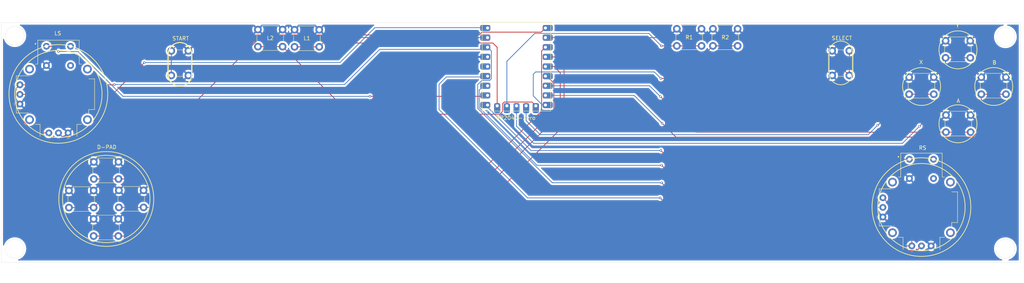
<source format=kicad_pcb>
(kicad_pcb (version 20241229) (generator "pcbnew") (generator_version "9.0")
  (layers (0 "F.Cu" signal) (2 "B.Cu" signal) (13 "F.Paste" user) (15 "B.Paste" user) (5 "F.SilkS" user "F.Silkscreen") (7 "B.SilkS" user "B.Silkscreen") (1 "F.Mask" user) (3 "B.Mask" user) (25 "Edge.Cuts" user))
  (net 0 "")
  (net 1 "/GP06")
  (net 2 "GND")
  (net 3 "/GP07")
  (net 4 "/GP03")
  (net 5 "/GP13")
  (net 6 "/GP09")
  (net 7 "/GP05")
  (net 8 "/GP12")
  (net 9 "/GP08")
  (net 10 "/GP04")
  (net 12 "/GP11")
  (net 13 "/GP29")
  (net 16 "VCC")
  (net 17 "/GP28")
  (net 18 "/GP15")
  (net 19 "/GP01")
  (net 20 "/GP02")
  (net 21 "/GP10")
  (net 23 "/GP00")
  (net 26 "/GP26")
  (net 27 "/GP27")
  (net 31 "/GP14")
  (footprint "Button_Switch_THT:SW_PUSH_6mm" (layer "F.Cu") (at 63.4 54 -90)
    (property "Reference" "START" (at -3.25 2.05 180) (layer "F.SilkS"))
    (property "Value" "SW_Push")
    (fp_line (start 1 5.5) (end 5.5 5.5) (stroke (width 0.12)) (layer "F.SilkS"))
    (fp_line (start 6.75 3) (end 6.75 1.5) (stroke (width 0.12)) (layer "F.SilkS"))
    (fp_line (start -0.25 1.5) (end -0.25 3) (stroke (width 0.12)) (layer "F.SilkS"))
    (fp_line (start 5.5 -1) (end 1 -1) (stroke (width 0.12)) (layer "F.SilkS"))
    (pad "1" thru_hole circle (at 0 0) (size 2 2) (drill 1.1) (layers "*.Cu" "*.Mask") (net 2 "GND"))
    (pad "1" thru_hole circle (at 6.5 0) (size 2 2) (drill 1.1) (layers "*.Cu" "*.Mask") (net 2 "GND"))
    (pad "2" thru_hole circle (at 0 4.5) (size 2 2) (drill 1.1) (layers "*.Cu" "*.Mask") (net 23 "/GP00"))
    (pad "2" thru_hole circle (at 6.5 4.5) (size 2 2) (drill 1.1) (layers "*.Cu" "*.Mask") (net 23 "/GP00"))
  )
  (footprint "Button_Switch_THT:SW_PUSH_6mm" (layer "F.Cu") (at 91.35 48.45)
    (property "Reference" "L1" (at 3.25 2.25 0) (layer "F.SilkS"))
    (property "Value" "SW_Push")
    (fp_line (start -0.25 1.5) (end -0.25 3) (stroke (width 0.12)) (layer "F.SilkS"))
    (fp_line (start 1 5.5) (end 5.5 5.5) (stroke (width 0.12)) (layer "F.SilkS"))
    (fp_line (start 5.5 -1) (end 1 -1) (stroke (width 0.12)) (layer "F.SilkS"))
    (fp_line (start 6.75 3) (end 6.75 1.5) (stroke (width 0.12)) (layer "F.SilkS"))
    (pad "1" thru_hole circle (at 0 0 90) (size 2 2) (drill 1.1) (layers "*.Cu" "*.Mask") (net 2 "GND"))
    (pad "1" thru_hole circle (at 6.5 0 90) (size 2 2) (drill 1.1) (layers "*.Cu" "*.Mask") (net 2 "GND"))
    (pad "2" thru_hole circle (at 0 4.5 90) (size 2 2) (drill 1.1) (layers "*.Cu" "*.Mask") (net 5 "/GP13"))
    (pad "2" thru_hole circle (at 6.5 4.5 90) (size 2 2) (drill 1.1) (layers "*.Cu" "*.Mask") (net 5 "/GP13"))
  )
  (footprint "Button_Switch_THT:SW_PUSH_6mm" (layer "F.Cu") (at 45.1 90.8)
    (property "Reference" "RIGHT1" (hide yes))
    (property "Value" "SW_Push")
    (fp_line (start -0.25 1.5) (end -0.25 3) (stroke (width 0.12)) (layer "F.SilkS"))
    (fp_line (start 1 5.5) (end 5.5 5.5) (stroke (width 0.12)) (layer "F.SilkS"))
    (fp_line (start 5.5 -1) (end 1 -1) (stroke (width 0.12)) (layer "F.SilkS"))
    (fp_line (start 6.75 3) (end 6.75 1.5) (stroke (width 0.12)) (layer "F.SilkS"))
    (pad "1" thru_hole circle (at 0 0 90) (size 2 2) (drill 1.1) (layers "*.Cu" "*.Mask") (net 2 "GND"))
    (pad "1" thru_hole circle (at 6.5 0 90) (size 2 2) (drill 1.1) (layers "*.Cu" "*.Mask") (net 2 "GND"))
    (pad "2" thru_hole circle (at 0 4.5 90) (size 2 2) (drill 1.1) (layers "*.Cu" "*.Mask") (net 10 "/GP04"))
    (pad "2" thru_hole circle (at 6.5 4.5 90) (size 2 2) (drill 1.1) (layers "*.Cu" "*.Mask") (net 10 "/GP04"))
  )
  (footprint "Button_Switch_THT:SW_PUSH_6mm" (layer "F.Cu") (at 232.9 60.5 90)
    (property "Reference" "SELECT" (at 9.85 2.55 180) (layer "F.SilkS"))
    (property "Value" "SW_Push")
    (fp_line (start 5.5 -1) (end 1 -1) (stroke (width 0.12)) (layer "F.SilkS"))
    (fp_line (start -0.25 1.5) (end -0.25 3) (stroke (width 0.12)) (layer "F.SilkS"))
    (fp_line (start 6.75 3) (end 6.75 1.5) (stroke (width 0.12)) (layer "F.SilkS"))
    (fp_line (start 1 5.5) (end 5.5 5.5) (stroke (width 0.12)) (layer "F.SilkS"))
    (pad "1" thru_hole circle (at 0 0 180) (size 2 2) (drill 1.1) (layers "*.Cu" "*.Mask") (net 2 "GND"))
    (pad "1" thru_hole circle (at 6.5 0 180) (size 2 2) (drill 1.1) (layers "*.Cu" "*.Mask") (net 2 "GND"))
    (pad "2" thru_hole circle (at 0 4.5 180) (size 2 2) (drill 1.1) (layers "*.Cu" "*.Mask") (net 19 "/GP01"))
    (pad "2" thru_hole circle (at 6.5 4.5 180) (size 2 2) (drill 1.1) (layers "*.Cu" "*.Mask") (net 19 "/GP01"))
  )
  (footprint "Button_Switch_THT:SW_PUSH_6mm" (layer "F.Cu") (at 38.45 98.35)
    (property "Reference" "DOWN1" (hide yes))
    (property "Value" "SW_Push")
    (fp_line (start -0.25 1.5) (end -0.25 3) (stroke (width 0.12)) (layer "F.SilkS"))
    (fp_line (start 1 5.5) (end 5.5 5.5) (stroke (width 0.12)) (layer "F.SilkS"))
    (fp_line (start 5.5 -1) (end 1 -1) (stroke (width 0.12)) (layer "F.SilkS"))
    (fp_line (start 6.75 3) (end 6.75 1.5) (stroke (width 0.12)) (layer "F.SilkS"))
    (pad "1" thru_hole circle (at 0 0 90) (size 2 2) (drill 1.1) (layers "*.Cu" "*.Mask") (net 2 "GND"))
    (pad "1" thru_hole circle (at 6.5 0 90) (size 2 2) (drill 1.1) (layers "*.Cu" "*.Mask") (net 2 "GND"))
    (pad "2" thru_hole circle (at 0 4.5 90) (size 2 2) (drill 1.1) (layers "*.Cu" "*.Mask") (net 4 "/GP03"))
    (pad "2" thru_hole circle (at 6.5 4.5 90) (size 2 2) (drill 1.1) (layers "*.Cu" "*.Mask") (net 4 "/GP03"))
  )
  (footprint "Button_Switch_THT:SW_PUSH_6mm" (layer "F.Cu") (at 262.85 70.95)
    (property "Reference" "A" (at 3.25 -3.75 0) (layer "F.SilkS"))
    (property "Value" "SW_Push")
    (fp_line (start -0.25 1.5) (end -0.25 3) (stroke (width 0.12)) (layer "F.SilkS"))
    (fp_line (start 1 5.5) (end 5.5 5.5) (stroke (width 0.12)) (layer "F.SilkS"))
    (fp_line (start 5.5 -1) (end 1 -1) (stroke (width 0.12)) (layer "F.SilkS"))
    (fp_line (start 6.75 3) (end 6.75 1.5) (stroke (width 0.12)) (layer "F.SilkS"))
    (pad "1" thru_hole circle (at 0 0 90) (size 2 2) (drill 1.1) (layers "*.Cu" "*.Mask") (net 2 "GND"))
    (pad "1" thru_hole circle (at 6.5 0 90) (size 2 2) (drill 1.1) (layers "*.Cu" "*.Mask") (net 2 "GND"))
    (pad "2" thru_hole circle (at 0 4.5 90) (size 2 2) (drill 1.1) (layers "*.Cu" "*.Mask") (net 1 "/GP06"))
    (pad "2" thru_hole circle (at 6.5 4.5 90) (size 2 2) (drill 1.1) (layers "*.Cu" "*.Mask") (net 1 "/GP06"))
  )
  (footprint "Button_Switch_THT:SW_PUSH_6mm" (layer "F.Cu") (at 201.5 48.2)
    (property "Reference" "R2" (at 3.25 2.25 0) (layer "F.SilkS"))
    (property "Value" "SW_Push")
    (fp_line (start -0.25 1.5) (end -0.25 3) (stroke (width 0.12)) (layer "F.SilkS"))
    (fp_line (start 1 5.5) (end 5.5 5.5) (stroke (width 0.12)) (layer "F.SilkS"))
    (fp_line (start 5.5 -1) (end 1 -1) (stroke (width 0.12)) (layer "F.SilkS"))
    (fp_line (start 6.75 3) (end 6.75 1.5) (stroke (width 0.12)) (layer "F.SilkS"))
    (pad "1" thru_hole circle (at 0 0 90) (size 2 2) (drill 1.1) (layers "*.Cu" "*.Mask") (net 2 "GND"))
    (pad "1" thru_hole circle (at 6.5 0 90) (size 2 2) (drill 1.1) (layers "*.Cu" "*.Mask") (net 2 "GND"))
    (pad "2" thru_hole circle (at 0 4.5 90) (size 2 2) (drill 1.1) (layers "*.Cu" "*.Mask") (net 9 "/GP08"))
    (pad "2" thru_hole circle (at 6.5 4.5 90) (size 2 2) (drill 1.1) (layers "*.Cu" "*.Mask") (net 9 "/GP08"))
  )
  (footprint "Button_Switch_THT:SW_PUSH_6mm" (layer "F.Cu") (at 272.15 60.95)
    (property "Reference" "B" (at 3.45 -3.85 0) (layer "F.SilkS"))
    (property "Value" "SW_Push")
    (fp_line (start -0.25 1.5) (end -0.25 3) (stroke (width 0.12)) (layer "F.SilkS"))
    (fp_line (start 1 5.5) (end 5.5 5.5) (stroke (width 0.12)) (layer "F.SilkS"))
    (fp_line (start 5.5 -1) (end 1 -1) (stroke (width 0.12)) (layer "F.SilkS"))
    (fp_line (start 6.75 3) (end 6.75 1.5) (stroke (width 0.12)) (layer "F.SilkS"))
    (pad "1" thru_hole circle (at 0 0 90) (size 2 2) (drill 1.1) (layers "*.Cu" "*.Mask") (net 2 "GND"))
    (pad "1" thru_hole circle (at 6.5 0 90) (size 2 2) (drill 1.1) (layers "*.Cu" "*.Mask") (net 2 "GND"))
    (pad "2" thru_hole circle (at 0 4.5 90) (size 2 2) (drill 1.1) (layers "*.Cu" "*.Mask") (net 3 "/GP07"))
    (pad "2" thru_hole circle (at 6.5 4.5 90) (size 2 2) (drill 1.1) (layers "*.Cu" "*.Mask") (net 3 "/GP07"))
  )
  (footprint "Button_Switch_THT:SW_PUSH_6mm" (layer "F.Cu") (at 31.95 90.85)
    (property "Reference" "LEFT1" (hide yes))
    (property "Value" "SW_Push")
    (fp_line (start -0.25 1.5) (end -0.25 3) (stroke (width 0.12)) (layer "F.SilkS"))
    (fp_line (start 1 5.5) (end 5.5 5.5) (stroke (width 0.12)) (layer "F.SilkS"))
    (fp_line (start 5.5 -1) (end 1 -1) (stroke (width 0.12)) (layer "F.SilkS"))
    (fp_line (start 6.75 3) (end 6.75 1.5) (stroke (width 0.12)) (layer "F.SilkS"))
    (pad "1" thru_hole circle (at 0 0 90) (size 2 2) (drill 1.1) (layers "*.Cu" "*.Mask") (net 2 "GND"))
    (pad "1" thru_hole circle (at 6.5 0 90) (size 2 2) (drill 1.1) (layers "*.Cu" "*.Mask") (net 2 "GND"))
    (pad "2" thru_hole circle (at 0 4.5 90) (size 2 2) (drill 1.1) (layers "*.Cu" "*.Mask") (net 7 "/GP05"))
    (pad "2" thru_hole circle (at 6.5 4.5 90) (size 2 2) (drill 1.1) (layers "*.Cu" "*.Mask") (net 7 "/GP05"))
  )
  (footprint "Button_Switch_THT:SW_PUSH_6mm" (layer "F.Cu") (at 81.7 48.4)
    (property "Reference" "L2" (at 3.25 2.25 0) (layer "F.SilkS"))
    (property "Value" "SW_Push")
    (fp_line (start -0.25 1.5) (end -0.25 3) (stroke (width 0.12)) (layer "F.SilkS"))
    (fp_line (start 1 5.5) (end 5.5 5.5) (stroke (width 0.12)) (layer "F.SilkS"))
    (fp_line (start 5.5 -1) (end 1 -1) (stroke (width 0.12)) (layer "F.SilkS"))
    (fp_line (start 6.75 3) (end 6.75 1.5) (stroke (width 0.12)) (layer "F.SilkS"))
    (pad "1" thru_hole circle (at 0 0 90) (size 2 2) (drill 1.1) (layers "*.Cu" "*.Mask") (net 2 "GND"))
    (pad "1" thru_hole circle (at 6.5 0 90) (size 2 2) (drill 1.1) (layers "*.Cu" "*.Mask") (net 2 "GND"))
    (pad "2" thru_hole circle (at 0 4.5 90) (size 2 2) (drill 1.1) (layers "*.Cu" "*.Mask") (net 6 "/GP09"))
    (pad "2" thru_hole circle (at 6.5 4.5 90) (size 2 2) (drill 1.1) (layers "*.Cu" "*.Mask") (net 6 "/GP09"))
  )
  (footprint "KiCad Components:XDCR_COM-09032" (layer "F.Cu") (at 29.2 65.5)
    (property "Reference" "LS" (at -0.2 -16.1 0) (layer "F.SilkS"))
    (property "Value" "COM-09032")
    (fp_line (start -11.1 -4.9) (end -7.95 -4.9) (stroke (width 0.127)) (layer "F.SilkS"))
    (fp_line (start -11.1 4.9) (end -11.1 -4.9) (stroke (width 0.127)) (layer "F.SilkS"))
    (fp_line (start -7.95 4.9) (end -11.1 4.9) (stroke (width 0.127)) (layer "F.SilkS"))
    (fp_line (start -7.95 5.17) (end -7.95 4.9) (stroke (width 0.127)) (layer "F.SilkS"))
    (fp_line (start -6.07 -8) (end -5.45 -8) (stroke (width 0.127)) (layer "F.SilkS"))
    (fp_line (start -5.45 -14.3) (end 5.45 -14.3) (stroke (width 0.127)) (layer "F.SilkS"))
    (fp_line (start -5.45 -8) (end -5.45 -14.3) (stroke (width 0.127)) (layer "F.SilkS"))
    (fp_line (start -4.85 7.9) (end -6.07 7.9) (stroke (width 0.127)) (layer "F.SilkS"))
    (fp_line (start -4.85 11.1) (end -4.85 7.9) (stroke (width 0.127)) (layer "F.SilkS"))
    (fp_line (start 4.85 7.9) (end 4.85 11.1) (stroke (width 0.127)) (layer "F.SilkS"))
    (fp_line (start 5.45 -14.3) (end 5.45 -8) (stroke (width 0.127)) (layer "F.SilkS"))
    (fp_line (start 5.45 -8) (end 6.08 -8) (stroke (width 0.127)) (layer "F.SilkS"))
    (fp_line (start 6.08 7.9) (end 4.85 7.9) (stroke (width 0.127)) (layer "F.SilkS"))
    (fp_line (start 7.95 -4.1) (end 9.5 -4.1) (stroke (width 0.127)) (layer "F.SilkS"))
    (fp_line (start 7.95 4) (end 7.95 5.12) (stroke (width 0.127)) (layer "F.SilkS"))
    (fp_line (start 9.5 -4.1) (end 9.5 4) (stroke (width 0.127)) (layer "F.SilkS"))
    (fp_line (start 9.5 4) (end 7.95 4) (stroke (width 0.127)) (layer "F.SilkS"))
    (fp_circle (center -6.05 -13.35) (end -5.95 -13.35) (stroke (width 0.2)) (fill no) (layer "F.SilkS"))
    (pad "B1A" thru_hole circle (at -3.175 -12.7) (size 1.778 1.778) (drill 0.9) (layers "*.Cu" "*.Mask") (net 18 "/GP15"))
    (pad "B1B" thru_hole circle (at 3.175 -12.7) (size 1.778 1.778) (drill 0.9) (layers "*.Cu" "*.Mask"))
    (pad "B2A" thru_hole circle (at -3.175 -7.62) (size 1.778 1.778) (drill 0.9) (layers "*.Cu" "*.Mask") (net 2 "GND"))
    (pad "B2B" thru_hole circle (at 3.175 -7.62) (size 1.778 1.778) (drill 0.9) (layers "*.Cu" "*.Mask"))
    (pad "H1" thru_hole circle (at -2.54 10.16) (size 1.778 1.778) (drill 0.889) (layers "*.Cu" "*.Mask") (net 16 "VCC"))
    (pad "H2" thru_hole circle (at 0 10.16) (size 1.778 1.778) (drill 0.889) (layers "*.Cu" "*.Mask") (net 13 "/GP29"))
    (pad "H3" thru_hole circle (at 2.54 10.16) (size 1.778 1.778) (drill 0.889) (layers "*.Cu" "*.Mask") (net 2 "GND"))
    (pad "S1" thru_hole circle (at -7.62 -6.6675) (size 2.286 2.286) (drill 1.397) (layers "*.Cu" "*.Mask"))
    (pad "S2" thru_hole circle (at -7.62 6.6675) (size 2.286 2.286) (drill 1.397) (layers "*.Cu" "*.Mask"))
    (pad "S3" thru_hole circle (at 7.62 6.6675) (size 2.286 2.286) (drill 1.397) (layers "*.Cu" "*.Mask"))
    (pad "S4" thru_hole circle (at 7.62 -6.6675) (size 2.286 2.286) (drill 1.397) (layers "*.Cu" "*.Mask"))
    (pad "V1" thru_hole circle (at -10.16 -2.54) (size 1.778 1.778) (drill 0.889) (layers "*.Cu" "*.Mask") (net 16 "VCC"))
    (pad "V2" thru_hole circle (at -10.16 0) (size 1.778 1.778) (drill 0.889) (layers "*.Cu" "*.Mask") (net 17 "/GP28"))
    (pad "V3" thru_hole circle (at -10.16 2.54) (size 1.778 1.778) (drill 0.889) (layers "*.Cu" "*.Mask") (net 2 "GND"))
  )
  (footprint "KiCad Components:XDCR_COM-09032" (layer "F.Cu") (at 256.4 95.3)
    (property "Reference" "RS" (at 0.3 -15.7 0) (layer "F.SilkS"))
    (property "Value" "COM-09032")
    (fp_line (start -11.1 -4.9) (end -7.95 -4.9) (stroke (width 0.127)) (layer "F.SilkS"))
    (fp_line (start -11.1 4.9) (end -11.1 -4.9) (stroke (width 0.127)) (layer "F.SilkS"))
    (fp_line (start -7.95 4.9) (end -11.1 4.9) (stroke (width 0.127)) (layer "F.SilkS"))
    (fp_line (start -7.95 5.17) (end -7.95 4.9) (stroke (width 0.127)) (layer "F.SilkS"))
    (fp_line (start -6.07 -8) (end -5.45 -8) (stroke (width 0.127)) (layer "F.SilkS"))
    (fp_line (start -5.45 -14.3) (end 5.45 -14.3) (stroke (width 0.127)) (layer "F.SilkS"))
    (fp_line (start -5.45 -8) (end -5.45 -14.3) (stroke (width 0.127)) (layer "F.SilkS"))
    (fp_line (start -4.85 7.9) (end -6.07 7.9) (stroke (width 0.127)) (layer "F.SilkS"))
    (fp_line (start -4.85 11.1) (end -4.85 7.9) (stroke (width 0.127)) (layer "F.SilkS"))
    (fp_line (start 4.85 7.9) (end 4.85 11.1) (stroke (width 0.127)) (layer "F.SilkS"))
    (fp_line (start 5.45 -14.3) (end 5.45 -8) (stroke (width 0.127)) (layer "F.SilkS"))
    (fp_line (start 5.45 -8) (end 6.08 -8) (stroke (width 0.127)) (layer "F.SilkS"))
    (fp_line (start 6.08 7.9) (end 4.85 7.9) (stroke (width 0.127)) (layer "F.SilkS"))
    (fp_line (start 7.95 -4.1) (end 9.5 -4.1) (stroke (width 0.127)) (layer "F.SilkS"))
    (fp_line (start 7.95 4) (end 7.95 5.12) (stroke (width 0.127)) (layer "F.SilkS"))
    (fp_line (start 9.5 -4.1) (end 9.5 4) (stroke (width 0.127)) (layer "F.SilkS"))
    (fp_line (start 9.5 4) (end 7.95 4) (stroke (width 0.127)) (layer "F.SilkS"))
    (fp_circle (center -6.05 -13.35) (end -5.95 -13.35) (stroke (width 0.2)) (fill no) (layer "F.SilkS"))
    (pad "B1A" thru_hole circle (at -3.175 -12.7) (size 1.778 1.778) (drill 0.9) (layers "*.Cu" "*.Mask") (net 31 "/GP14"))
    (pad "B1B" thru_hole circle (at 3.175 -12.7) (size 1.778 1.778) (drill 0.9) (layers "*.Cu" "*.Mask"))
    (pad "B2A" thru_hole circle (at -3.175 -7.62) (size 1.778 1.778) (drill 0.9) (layers "*.Cu" "*.Mask") (net 2 "GND"))
    (pad "B2B" thru_hole circle (at 3.175 -7.62) (size 1.778 1.778) (drill 0.9) (layers "*.Cu" "*.Mask"))
    (pad "H1" thru_hole circle (at -2.54 10.16) (size 1.778 1.778) (drill 0.889) (layers "*.Cu" "*.Mask") (net 16 "VCC"))
    (pad "H2" thru_hole circle (at 0 10.16) (size 1.778 1.778) (drill 0.889) (layers "*.Cu" "*.Mask") (net 27 "/GP27"))
    (pad "H3" thru_hole circle (at 2.54 10.16) (size 1.778 1.778) (drill 0.889) (layers "*.Cu" "*.Mask") (net 2 "GND"))
    (pad "S1" thru_hole circle (at -7.62 -6.6675) (size 2.286 2.286) (drill 1.397) (layers "*.Cu" "*.Mask"))
    (pad "S2" thru_hole circle (at -7.62 6.6675) (size 2.286 2.286) (drill 1.397) (layers "*.Cu" "*.Mask"))
    (pad "S3" thru_hole circle (at 7.62 6.6675) (size 2.286 2.286) (drill 1.397) (layers "*.Cu" "*.Mask"))
    (pad "S4" thru_hole circle (at 7.62 -6.6675) (size 2.286 2.286) (drill 1.397) (layers "*.Cu" "*.Mask"))
    (pad "V1" thru_hole circle (at -10.16 -2.54) (size 1.778 1.778) (drill 0.889) (layers "*.Cu" "*.Mask") (net 16 "VCC"))
    (pad "V2" thru_hole circle (at -10.16 0) (size 1.778 1.778) (drill 0.889) (layers "*.Cu" "*.Mask") (net 26 "/GP26"))
    (pad "V3" thru_hole circle (at -10.16 2.54) (size 1.778 1.778) (drill 0.889) (layers "*.Cu" "*.Mask") (net 2 "GND"))
  )
  (footprint "Button_Switch_THT:SW_PUSH_6mm" (layer "F.Cu") (at 192 48.2)
    (property "Reference" "R1" (at 3.25 2.25 0) (layer "F.SilkS"))
    (property "Value" "SW_Push")
    (fp_line (start -0.25 1.5) (end -0.25 3) (stroke (width 0.12)) (layer "F.SilkS"))
    (fp_line (start 1 5.5) (end 5.5 5.5) (stroke (width 0.12)) (layer "F.SilkS"))
    (fp_line (start 5.5 -1) (end 1 -1) (stroke (width 0.12)) (layer "F.SilkS"))
    (fp_line (start 6.75 3) (end 6.75 1.5) (stroke (width 0.12)) (layer "F.SilkS"))
    (pad "1" thru_hole circle (at 0 0 90) (size 2 2) (drill 1.1) (layers "*.Cu" "*.Mask") (net 2 "GND"))
    (pad "1" thru_hole circle (at 6.5 0 90) (size 2 2) (drill 1.1) (layers "*.Cu" "*.Mask") (net 2 "GND"))
    (pad "2" thru_hole circle (at 0 4.5 90) (size 2 2) (drill 1.1) (layers "*.Cu" "*.Mask") (net 8 "/GP12"))
    (pad "2" thru_hole circle (at 6.5 4.5 90) (size 2 2) (drill 1.1) (layers "*.Cu" "*.Mask") (net 8 "/GP12"))
  )
  (footprint "Button_Switch_THT:SW_PUSH_6mm" (layer "F.Cu") (at 38.5 83.3)
    (property "Reference" "D-PAD" (at 3.4 -3.9 0) (layer "F.SilkS"))
    (property "Value" "SW_Push")
    (fp_line (start -0.25 1.5) (end -0.25 3) (stroke (width 0.12)) (layer "F.SilkS"))
    (fp_line (start 1 5.5) (end 5.5 5.5) (stroke (width 0.12)) (layer "F.SilkS"))
    (fp_line (start 5.5 -1) (end 1 -1) (stroke (width 0.12)) (layer "F.SilkS"))
    (fp_line (start 6.75 3) (end 6.75 1.5) (stroke (width 0.12)) (layer "F.SilkS"))
    (pad "1" thru_hole circle (at 0 0 90) (size 2 2) (drill 1.1) (layers "*.Cu" "*.Mask") (net 2 "GND"))
    (pad "1" thru_hole circle (at 6.5 0 90) (size 2 2) (drill 1.1) (layers "*.Cu" "*.Mask") (net 2 "GND"))
    (pad "2" thru_hole circle (at 0 4.5 90) (size 2 2) (drill 1.1) (layers "*.Cu" "*.Mask") (net 20 "/GP02"))
    (pad "2" thru_hole circle (at 6.5 4.5 90) (size 2 2) (drill 1.1) (layers "*.Cu" "*.Mask") (net 20 "/GP02"))
  )
  (footprint "Button_Switch_THT:SW_PUSH_6mm" (layer "F.Cu") (at 253.15 60.95)
    (property "Reference" "X" (at 3.15 -3.95 0) (layer "F.SilkS"))
    (property "Value" "SW_Push")
    (fp_line (start -0.25 1.5) (end -0.25 3) (stroke (width 0.12)) (layer "F.SilkS"))
    (fp_line (start 1 5.5) (end 5.5 5.5) (stroke (width 0.12)) (layer "F.SilkS"))
    (fp_line (start 5.5 -1) (end 1 -1) (stroke (width 0.12)) (layer "F.SilkS"))
    (fp_line (start 6.75 3) (end 6.75 1.5) (stroke (width 0.12)) (layer "F.SilkS"))
    (pad "1" thru_hole circle (at 0 0 90) (size 2 2) (drill 1.1) (layers "*.Cu" "*.Mask") (net 2 "GND"))
    (pad "1" thru_hole circle (at 6.5 0 90) (size 2 2) (drill 1.1) (layers "*.Cu" "*.Mask") (net 2 "GND"))
    (pad "2" thru_hole circle (at 0 4.5 90) (size 2 2) (drill 1.1) (layers "*.Cu" "*.Mask") (net 21 "/GP10"))
    (pad "2" thru_hole circle (at 6.5 4.5 90) (size 2 2) (drill 1.1) (layers "*.Cu" "*.Mask") (net 21 "/GP10"))
  )
  (footprint "KiCad Components:RP2040-Zero" (layer "F.Cu") (at 139.62 70.84)
    (property "Reference" "RZ1")
    (property "Value" "RP2040-Zero" (at 9.98 0.86 0) (layer "F.SilkS"))
    (fp_line (start 1.16 -24.45) (end 1.16 -0.95) (stroke (width 0.12)) (layer "F.SilkS"))
    (fp_line (start 1.16 -0.95) (end 19.16 -0.95) (stroke (width 0.12)) (layer "F.SilkS"))
    (fp_line (start 19.16 -24.45) (end 1.16 -24.45) (stroke (width 0.12)) (layer "F.SilkS"))
    (fp_line (start 19.16 -0.95) (end 19.16 -24.45) (stroke (width 0.12)) (layer "F.SilkS"))
    (pad "1" thru_hole roundrect (at 17.78 -22.86) (size 2.6 1.6) (drill 0.8 (offset 0.6 0)) (layers "*.Cu" "*.Mask") (net 23 "/GP00"))
    (pad "2" thru_hole roundrect (at 17.78 -20.32) (size 2.6 1.6) (drill 0.8 (offset 0.6 0)) (layers "*.Cu" "*.Mask") (net 19 "/GP01"))
    (pad "3" thru_hole roundrect (at 17.78 -17.78) (size 2.6 1.6) (drill 0.8 (offset 0.6 0)) (layers "*.Cu" "*.Mask") (net 20 "/GP02"))
    (pad "4" thru_hole roundrect (at 17.78 -15.24) (size 2.6 1.6) (drill 0.8 (offset 0.6 0)) (layers "*.Cu" "*.Mask") (net 4 "/GP03"))
    (pad "5" thru_hole roundrect (at 17.78 -12.7) (size 2.6 1.6) (drill 0.8 (offset 0.6 0)) (layers "*.Cu" "*.Mask") (net 10 "/GP04"))
    (pad "6" thru_hole roundrect (at 17.78 -10.16) (size 2.6 1.6002) (drill 0.8 (offset 0.6 0)) (layers "*.Cu" "*.Mask") (net 7 "/GP05"))
    (pad "7" thru_hole roundrect (at 17.78 -7.62) (size 2.6 1.6002) (drill 0.8 (offset 0.6 0)) (layers "*.Cu" "*.Mask") (net 1 "/GP06"))
    (pad "8" thru_hole roundrect (at 17.78 -5.08) (size 2.6 1.6002) (drill 0.8 (offset 0.6 0)) (layers "*.Cu" "*.Mask") (net 3 "/GP07"))
    (pad "9" thru_hole roundrect (at 17.78 -2.54) (size 2.6 1.6002) (drill 0.8 (offset 0.6 0)) (layers "*.Cu" "*.Mask") (net 9 "/GP08"))
    (pad "10" thru_hole roundrect (at 15.24 -2.33) (size 1.6 2.6) (drill 0.8 (offset 0 0.6)) (layers "*.Cu" "*.Mask") (net 6 "/GP09"))
    (pad "11" thru_hole roundrect (at 12.7 -2.33) (size 1.5748 2.6) (drill 0.8 (offset 0 0.6)) (layers "*.Cu" "*.Mask") (net 21 "/GP10"))
    (pad "12" thru_hole roundrect (at 10.16 -2.33) (size 1.5748 2.6) (drill 0.8 (offset 0 0.6)) (layers "*.Cu" "*.Mask") (net 12 "/GP11"))
    (pad "13" thru_hole roundrect (at 7.62 -2.33) (size 1.5748 2.6) (drill 0.8 (offset 0 0.6)) (layers "*.Cu" "*.Mask") (net 8 "/GP12"))
    (pad "14" thru_hole roundrect (at 5.08 -2.33) (size 1.5748 2.6) (drill 0.8 (offset 0 0.6)) (layers "*.Cu" "*.Mask") (net 5 "/GP13"))
    (pad "15" thru_hole roundrect (at 2.54 -2.54) (size 2.6 1.6002) (drill 0.8 (offset -0.6 0)) (layers "*.Cu" "*.Mask") (net 31 "/GP14"))
    (pad "16" thru_hole roundrect (at 2.54 -5.08) (size 2.6 1.6002) (drill 0.8 (offset -0.6 0)) (layers "*.Cu" "*.Mask") (net 18 "/GP15"))
    (pad "17" thru_hole roundrect (at 2.54 -7.62) (size 2.6 1.6002) (drill 0.8 (offset -0.6 0)) (layers "*.Cu" "*.Mask") (net 26 "/GP26"))
    (pad "18" thru_hole roundrect (at 2.54 -10.16) (size 2.6 1.6002) (drill 0.8 (offset -0.6 0)) (layers "*.Cu" "*.Mask") (net 27 "/GP27"))
    (pad "19" thru_hole roundrect (at 2.54 -22.86) (size 2.6 1.6002) (drill 0.8 (offset -0.6 0)) (layers "*.Cu" "*.Mask") (net 17 "/GP28"))
    (pad "20" thru_hole roundrect (at 2.54 -20.32) (size 2.6 1.6002) (drill 0.8 (offset -0.6 0)) (layers "*.Cu" "*.Mask") (net 13 "/GP29"))
    (pad "21" thru_hole roundrect (at 2.54 -17.78) (size 2.6 1.6002) (drill 0.8 (offset -0.6 0)) (layers "*.Cu" "*.Mask") (net 16 "VCC"))
    (pad "22" thru_hole roundrect (at 2.54 -12.7) (size 2.6 1.6002) (drill 0.8 (offset -0.6 0)) (layers "*.Cu" "*.Mask"))
    (pad "23" thru_hole roundrect (at 2.54 -15.24) (size 2.6 1.6002) (drill 0.8 (offset -0.6 0)) (layers "*.Cu" "*.Mask") (net 2 "GND"))
  )
  (footprint "Button_Switch_THT:SW_PUSH_6mm" (layer "F.Cu") (at 262.75 51.35)
    (property "Reference" "Y" (at 3.15 -3.95 0) (layer "F.SilkS"))
    (property "Value" "SW_Push")
    (fp_line (start -0.25 1.5) (end -0.25 3) (stroke (width 0.12)) (layer "F.SilkS"))
    (fp_line (start 1 5.5) (end 5.5 5.5) (stroke (width 0.12)) (layer "F.SilkS"))
    (fp_line (start 5.5 -1) (end 1 -1) (stroke (width 0.12)) (layer "F.SilkS"))
    (fp_line (start 6.75 3) (end 6.75 1.5) (stroke (width 0.12)) (layer "F.SilkS"))
    (pad "1" thru_hole circle (at 0 0 90) (size 2 2) (drill 1.1) (layers "*.Cu" "*.Mask") (net 2 "GND"))
    (pad "1" thru_hole circle (at 6.5 0 90) (size 2 2) (drill 1.1) (layers "*.Cu" "*.Mask") (net 2 "GND"))
    (pad "2" thru_hole circle (at 0 4.5 90) (size 2 2) (drill 1.1) (layers "*.Cu" "*.Mask") (net 12 "/GP11"))
    (pad "2" thru_hole circle (at 6.5 4.5 90) (size 2 2) (drill 1.1) (layers "*.Cu" "*.Mask") (net 12 "/GP11"))
  )
  (gr_arc (start 58.1 54.900001) (mid 61.177042 51.822959) (end 64.254083 54.900001) (stroke (width 0.2)) (layer "F.SilkS"))
  (gr_circle (center 275.432909 63.412064) (end 280.432909 63.412064) (stroke (width 0.2)) (fill no) (layer "F.SilkS"))
  (gr_line (start 64.254083 60.245653) (end 64.254083 54.9) (stroke (width 0.2)) (layer "F.SilkS"))
  (gr_line (start 238.228334 54.524007) (end 238.228333 54.524007) (stroke (width 0.2)) (layer "F.SilkS"))
  (gr_arc (start 64.254083 60.245655) (mid 61.177042 63.322695) (end 58.1 60.245655) (stroke (width 0.2)) (layer "F.SilkS"))
  (gr_arc (start 64.254083 60.245653) (mid 61.177042 63.322695) (end 58.1 60.245655) (stroke (width 0.2)) (layer "F.SilkS"))
  (gr_line (start 64.254083 60.245653) (end 64.254083 54.9) (stroke (width 0.2)) (layer "F.SilkS"))
  (gr_arc (start 238.228333 59.869657) (mid 235.151292 62.946701) (end 232.074249 59.869659) (stroke (width 0.2)) (layer "F.SilkS"))
  (gr_circle (center 256.432909 63.412064) (end 261.432909 63.412064) (stroke (width 0.2)) (fill no) (layer "F.SilkS"))
  (gr_circle (center 29.17161 65.368184) (end 40.67161 65.368184) (stroke (width 0.2)) (fill no) (layer "F.SilkS"))
  (gr_arc (start 64.254083 60.245655) (mid 61.177042 63.322695) (end 58.1 60.245655) (stroke (width 0.2)) (layer "F.SilkS"))
  (gr_line (start 238.228333 59.869657) (end 238.228333 54.524007) (stroke (width 0.2)) (layer "F.SilkS"))
  (gr_line (start 58.1 54.9) (end 58.1 60.245653) (stroke (width 0.2)) (layer "F.SilkS"))
  (gr_line (start 232.074249 59.869659) (end 232.07425 59.869659) (stroke (width 0.2)) (layer "F.SilkS"))
  (gr_circle (center 256.392621 95.218096) (end 267.892621 95.218096) (stroke (width 0.2)) (fill no) (layer "F.SilkS"))
  (gr_arc (start 232.07425 54.524008) (mid 235.151291 51.446966) (end 238.228334 54.524007) (stroke (width 0.2)) (layer "F.SilkS"))
  (gr_arc (start 64.254083 60.245653) (mid 61.177042 63.322695) (end 58.1 60.245653) (stroke (width 0.2)) (layer "F.SilkS"))
  (gr_line (start 58.1 60.245653) (end 58.1 60.245655) (stroke (width 0.2)) (layer "F.SilkS"))
  (gr_circle (center 29.17161 65.368184) (end 42.17161 65.368184) (stroke (width 0.2)) (fill no) (layer "F.SilkS"))
  (gr_circle (center 266.014589 53.744453) (end 271.014589 53.744453) (stroke (width 0.2)) (fill no) (layer "F.SilkS"))
  (gr_circle (center 256.392621 95.218096) (end 269.392621 95.218096) (stroke (width 0.2)) (fill no) (layer "F.SilkS"))
  (gr_circle (center 41.78145 93.077499) (end 53.28145 93.077499) (stroke (width 0.2)) (fill no) (layer "F.SilkS"))
  (gr_arc (start 58.1 54.9) (mid 61.177042 51.822959) (end 64.254083 54.900001) (stroke (width 0.2)) (layer "F.SilkS"))
  (gr_line (start 232.07425 54.524008) (end 232.07425 59.869659) (stroke (width 0.2)) (layer "F.SilkS"))
  (gr_circle (center 41.78145 93.077499) (end 54.28145 93.077499) (stroke (width 0.2)) (fill no) (layer "F.SilkS"))
  (gr_line (start 58.1 54.9) (end 58.1 60.245655) (stroke (width 0.2)) (layer "F.SilkS"))
  (gr_circle (center 266.014589 73.243035) (end 271.014589 73.243035) (stroke (width 0.2)) (fill no) (layer "F.SilkS"))
  (gr_arc (start 58.1 54.9) (mid 61.177042 51.822959) (end 64.254083 54.9) (stroke (width 0.2)) (layer "F.SilkS"))
  (gr_arc (start 58.1 54.9) (mid 61.177042 51.822959) (end 64.254083 54.9) (stroke (width 0.2)) (layer "F.SilkS"))
  (gr_circle (center 278.5 50.3) (end 281 50.3) (stroke (width 0.05)) (fill no) (layer "Edge.Cuts"))
  (gr_circle (center 17.7 50) (end 20.2 50) (stroke (width 0.05)) (fill no) (layer "Edge.Cuts"))
  (gr_rect (start 14.1 46.6) (end 282.5 109.8) (stroke (width 0.05)) (fill no) (layer "Edge.Cuts"))
  (gr_circle (center 17.7 106.2) (end 20.2 106.2) (stroke (width 0.05)) (fill no) (layer "Edge.Cuts"))
  (gr_circle (center 278.5 106.2) (end 281 106.2) (stroke (width 0.05)) (fill no) (layer "Edge.Cuts"))
  (segment (start 197.05 75.45) (end 187.7 66.1) (width 0.2) (layer "F.Cu") (net 1))
  (segment (start 262.85 75.45) (end 197.05 75.45) (width 0.2) (layer "F.Cu") (net 1))
  (segment (start 269.35 75.45) (end 262.85 75.45) (width 0.2) (layer "F.Cu") (net 1))
  (via (at 187.7 66.1) (size 0.6) (drill 0.3) (layers "F.Cu" "B.Cu") (net 1))
  (segment (start 184.82 63.22) (end 157.4 63.22) (width 0.2) (layer "B.Cu") (net 1))
  (segment (start 187.7 66.1) (end 184.82 63.22) (width 0.2) (layer "B.Cu") (net 1))
  (segment (start 272.15 65.45) (end 272.15 74.489892) (width 0.2) (layer "F.Cu") (net 3))
  (segment (start 191.751 76.751) (end 188.1 73.1) (width 0.2) (layer "F.Cu") (net 3))
  (segment (start 272.15 74.489892) (end 269.888892 76.751) (width 0.2) (layer "F.Cu") (net 3))
  (segment (start 269.888892 76.751) (end 191.751 76.751) (width 0.2) (layer "F.Cu") (net 3))
  (segment (start 278.65 65.45) (end 272.15 65.45) (width 0.2) (layer "F.Cu") (net 3))
  (via (at 188.1 73.1) (size 0.6) (drill 0.3) (layers "F.Cu" "B.Cu") (net 3))
  (segment (start 180.76 65.76) (end 157.4 65.76) (width 0.2) (layer "B.Cu") (net 3))
  (segment (start 188.1 73.1) (end 180.76 65.76) (width 0.2) (layer "B.Cu") (net 3))
  (segment (start 160.3 55.6) (end 157.4 55.6) (width 0.2) (layer "F.Cu") (net 4))
  (segment (start 162.3 73.7) (end 162.3 57.6) (width 0.2) (layer "F.Cu") (net 4))
  (segment (start 133.15 102.85) (end 162.3 73.7) (width 0.2) (layer "F.Cu") (net 4))
  (segment (start 38.45 102.85) (end 44.95 102.85) (width 0.2) (layer "F.Cu") (net 4))
  (segment (start 162.3 57.6) (end 160.3 55.6) (width 0.2) (layer "F.Cu") (net 4))
  (segment (start 44.95 102.85) (end 133.15 102.85) (width 0.2) (layer "F.Cu") (net 4))
  (segment (start 91.35 52.95) (end 97.85 52.95) (width 0.2) (layer "F.Cu") (net 5))
  (segment (start 143.5589 51.9589) (end 144.7 53.1) (width 0.2) (layer "F.Cu") (net 5))
  (segment (start 98.8411 51.9589) (end 143.5589 51.9589) (width 0.2) (layer "F.Cu") (net 5))
  (segment (start 97.85 52.95) (end 98.8411 51.9589) (width 0.2) (layer "F.Cu") (net 5))
  (segment (start 144.7 53.1) (end 144.7 68.51) (width 0.2) (layer "F.Cu") (net 5))
  (segment (start 146.1516 67.915944) (end 146.558544 67.509) (width 0.2) (layer "F.Cu") (net 6))
  (segment (start 146.1516 69.940856) (end 146.1516 67.915944) (width 0.2) (layer "F.Cu") (net 6))
  (segment (start 81.7 52.9) (end 88.2 52.9) (width 0.2) (layer "F.Cu") (net 6))
  (segment (start 106.011 70.711) (end 145.381456 70.711) (width 0.2) (layer "F.Cu") (net 6))
  (segment (start 145.381456 70.711) (end 146.1516 69.940856) (width 0.2) (layer "F.Cu") (net 6))
  (segment (start 88.2 52.9) (end 106.011 70.711) (width 0.2) (layer "F.Cu") (net 6))
  (segment (start 153.859 67.509) (end 154.86 68.51) (width 0.2) (layer "F.Cu") (net 6))
  (segment (start 146.558544 67.509) (end 153.859 67.509) (width 0.2) (layer "F.Cu") (net 6))
  (segment (start 157.751436 60.68) (end 157.4 60.68) (width 0.2) (layer "F.Cu") (net 7))
  (segment (start 52.1 93) (end 54.1 91) (width 0.2) (layer "F.Cu") (net 7))
  (segment (start 40.8 93) (end 52.1 93) (width 0.2) (layer "F.Cu") (net 7))
  (segment (start 138.5 91) (end 159.601 69.899) (width 0.2) (layer "F.Cu") (net 7))
  (segment (start 31.95 95.35) (end 38.45 95.35) (width 0.2) (layer "F.Cu") (net 7))
  (segment (start 38.45 95.35) (end 40.8 93) (width 0.2) (layer "F.Cu") (net 7))
  (segment (start 159.601 69.899) (end 159.601 62.529564) (width 0.2) (layer "F.Cu") (net 7))
  (segment (start 54.1 91) (end 138.5 91) (width 0.2) (layer "F.Cu") (net 7))
  (segment (start 159.601 62.529564) (end 157.751436 60.68) (width 0.2) (layer "F.Cu") (net 7))
  (segment (start 192 52.7) (end 198.5 52.7) (width 0.2) (layer "F.Cu") (net 8))
  (segment (start 192 52.7) (end 187.9 52.7) (width 0.2) (layer "F.Cu") (net 8))
  (via (at 187.9 52.7) (size 0.6) (drill 0.3) (layers "F.Cu" "B.Cu") (net 8))
  (segment (start 184.619 49.419) (end 154.581 49.419) (width 0.2) (layer "B.Cu") (net 8))
  (segment (start 187.9 52.7) (end 184.619 49.419) (width 0.2) (layer "B.Cu") (net 8))
  (segment (start 147.24 56.76) (end 147.24 68.51) (width 0.2) (layer "B.Cu") (net 8))
  (segment (start 154.581 49.419) (end 147.24 56.76) (width 0.2) (layer "B.Cu") (net 8))
  (segment (start 201.5 52.7) (end 192.9 61.3) (width 0.2) (layer "F.Cu") (net 9))
  (segment (start 201.5 52.7) (end 208 52.7) (width 0.2) (layer "F.Cu") (net 9))
  (segment (start 192.9 61.3) (end 187.8 61.3) (width 0.2) (layer "F.Cu") (net 9))
  (via (at 187.8 61.3) (size 0.6) (drill 0.3) (layers "F.Cu" "B.Cu") (net 9))
  (segment (start 186.0789 59.5789) (end 154.8211 59.5789) (width 0.2) (layer "B.Cu") (net 9))
  (segment (start 154.2 60.2) (end 154.2 65.9) (width 0.2) (layer "B.Cu") (net 9))
  (segment (start 154.8211 59.5789) (end 154.2 60.2) (width 0.2) (layer "B.Cu") (net 9))
  (segment (start 187.8 61.3) (end 186.0789 59.5789) (width 0.2) (layer "B.Cu") (net 9))
  (segment (start 154.2 65.9) (end 156.6 68.3) (width 0.2) (layer "B.Cu") (net 9))
  (segment (start 156.6 68.3) (end 157.4 68.3) (width 0.2) (layer "B.Cu") (net 9))
  (segment (start 136.6 95.3) (end 161.3 70.6) (width 0.2) (layer "F.Cu") (net 10))
  (segment (start 161.3 59.8) (end 159.64 58.14) (width 0.2) (layer "F.Cu") (net 10))
  (segment (start 45.1 95.3) (end 51.6 95.3) (width 0.2) (layer "F.Cu") (net 10))
  (segment (start 161.3 70.6) (end 161.3 59.8) (width 0.2) (layer "F.Cu") (net 10))
  (segment (start 51.6 95.3) (end 136.6 95.3) (width 0.2) (layer "F.Cu") (net 10))
  (segment (start 159.64 58.14) (end 157.4 58.14) (width 0.2) (layer "F.Cu") (net 10))
  (segment (start 262.75 67.05) (end 255.9 73.9) (width 0.2) (layer "F.Cu") (net 12))
  (segment (start 262.75 55.85) (end 262.75 67.05) (width 0.2) (layer "F.Cu") (net 12))
  (segment (start 269.25 55.85) (end 262.75 55.85) (width 0.2) (layer "F.Cu") (net 12))
  (via (at 255.9 73.9) (size 0.6) (drill 0.3) (layers "F.Cu" "B.Cu") (net 12))
  (segment (start 251.4 78.4) (end 154.3 78.4) (width 0.2) (layer "B.Cu") (net 12))
  (segment (start 154.3 78.4) (end 149.78 73.88) (width 0.2) (layer "B.Cu") (net 12))
  (segment (start 149.78 73.88) (end 149.78 68.51) (width 0.2) (layer "B.Cu") (net 12))
  (segment (start 255.9 73.9) (end 251.4 78.4) (width 0.2) (layer "B.Cu") (net 12))
  (segment (start 55.910108 76.85) (end 82.240108 50.52) (width 0.2) (layer "F.Cu") (net 13))
  (segment (start 30.39 76.85) (end 55.910108 76.85) (width 0.2) (layer "F.Cu") (net 13))
  (segment (start 29.2 75.66) (end 30.39 76.85) (width 0.2) (layer "F.Cu") (net 13))
  (segment (start 82.240108 50.52) (end 142.16 50.52) (width 0.2) (layer "F.Cu") (net 13))
  (segment (start 23.030375 75.66) (end 26.66 75.66) (width 0.2) (layer "F.Cu") (net 16))
  (segment (start 253.86 105.46) (end 204.66 105.46) (width 0.2) (layer "F.Cu") (net 16))
  (segment (start 43.84 62.96) (end 43.9 62.9) (width 0.2) (layer "F.Cu") (net 16))
  (segment (start 253.86 100.38) (end 246.24 92.76) (width 0.2) (layer "F.Cu") (net 16))
  (segment (start 19.04 62.96) (end 43.84 62.96) (width 0.2) (layer "F.Cu") (net 16))
  (segment (start 253.86 105.46) (end 253.86 100.38) (width 0.2) (layer "F.Cu") (net 16))
  (segment (start 17.85 70.479625) (end 23.030375 75.66) (width 0.2) (layer "F.Cu") (net 16))
  (segment (start 17.85 64.15) (end 17.85 70.479625) (width 0.2) (layer "F.Cu") (net 16))
  (segment (start 204.66 105.46) (end 188 88.8) (width 0.2) (layer "F.Cu") (net 16))
  (segment (start 19.04 62.96) (end 17.85 64.15) (width 0.2) (layer "F.Cu") (net 16))
  (via (at 43.9 62.9) (size 0.6) (drill 0.3) (layers "F.Cu" "B.Cu") (net 16))
  (via (at 188 88.8) (size 0.6) (drill 0.3) (layers "F.Cu" "B.Cu") (net 16))
  (segment (start 140.707464 61.7811) (end 142.750336 61.7811) (width 0.2) (layer "B.Cu") (net 16))
  (segment (start 43.9 62.9) (end 104.5 62.9) (width 0.2) (layer "B.Cu") (net 16))
  (segment (start 142.750336 61.7811) (end 143.161 61.370436) (width 0.2) (layer "B.Cu") (net 16))
  (segment (start 188 88.8) (end 159.201464 88.8) (width 0.2) (layer "B.Cu") (net 16))
  (segment (start 139.558 62.930564) (end 140.707464 61.7811) (width 0.2) (layer "B.Cu") (net 16))
  (segment (start 141.62 53.6) (end 142.16 53.06) (width 0.2) (layer "B.Cu") (net 16))
  (segment (start 143.161 61.370436) (end 143.161 54.061) (width 0.2) (layer "B.Cu") (net 16))
  (segment (start 143.161 54.061) (end 142.16 53.06) (width 0.2) (layer "B.Cu") (net 16))
  (segment (start 104.5 62.9) (end 113.8 53.6) (width 0.2) (layer "B.Cu") (net 16))
  (segment (start 159.201464 88.8) (end 139.558 69.156536) (width 0.2) (layer "B.Cu") (net 16))
  (segment (start 113.8 53.6) (end 141.62 53.6) (width 0.2) (layer "B.Cu") (net 16))
  (segment (start 139.558 69.156536) (end 139.558 62.930564) (width 0.2) (layer "B.Cu") (net 16))
  (segment (start 19.04 65.5) (end 43.4 65.5) (width 0.2) (layer "F.Cu") (net 17))
  (segment (start 43.4 65.5) (end 51.8 57.1) (width 0.2) (layer "F.Cu") (net 17))
  (via (at 51.8 57.1) (size 0.6) (drill 0.3) (layers "F.Cu" "B.Cu") (net 17))
  (segment (start 103.3 57.1) (end 112.5 47.9) (width 0.2) (layer "B.Cu") (net 17))
  (segment (start 112.5 47.9) (end 142.08 47.9) (width 0.2) (layer "B.Cu") (net 17))
  (segment (start 142.08 47.9) (end 142.16 47.98) (width 0.2) (layer "B.Cu") (net 17))
  (segment (start 51.8 57.1) (end 103.3 57.1) (width 0.2) (layer "B.Cu") (net 17))
  (segment (start 111.2 66) (end 141.92 66) (width 0.2) (layer "F.Cu") (net 18))
  (segment (start 141.92 66) (end 142.16 65.76) (width 0.2) (layer "F.Cu") (net 18))
  (segment (start 27.8 52.8) (end 29.2 54.2) (width 0.2) (layer "F.Cu") (net 18))
  (segment (start 26.025 52.8) (end 27.8 52.8) (width 0.2) (layer "F.Cu") (net 18))
  (via (at 29.2 54.2) (size 0.6) (drill 0.3) (layers "F.Cu" "B.Cu") (net 18))
  (via (at 111.2 66) (size 0.6) (drill 0.3) (layers "F.Cu" "B.Cu") (net 18))
  (segment (start 46.150057 66) (end 111.2 66) (width 0.2) (layer "B.Cu") (net 18))
  (segment (start 141.92 66) (end 142.16 65.76) (width 0.2) (layer "B.Cu") (net 18))
  (segment (start 29.2 54.2) (end 34.350057 54.2) (width 0.2) (layer "B.Cu") (net 18))
  (segment (start 34.350057 54.2) (end 46.150057 66) (width 0.2) (layer "B.Cu") (net 18))
  (segment (start 237.4 54) (end 237.4 60.5) (width 0.2) (layer "F.Cu") (net 19))
  (segment (start 227.42 50.52) (end 157.4 50.52) (width 0.2) (layer "F.Cu") (net 19))
  (segment (start 237.4 60.5) (end 227.42 50.52) (width 0.2) (layer "F.Cu") (net 19))
  (segment (start 156.399 69.862364) (end 156.399 54.061) (width 0.2) (layer "F.Cu") (net 20))
  (segment (start 156.399 54.061) (end 157.4 53.06) (width 0.2) (layer "F.Cu") (net 20))
  (segment (start 38.5 87.8) (end 45 87.8) (width 0.2) (layer "F.Cu") (net 20))
  (segment (start 45 87.8) (end 138.461364 87.8) (width 0.2) (layer "F.Cu") (net 20))
  (segment (start 138.461364 87.8) (end 156.399 69.862364) (width 0.2) (layer "F.Cu") (net 20))
  (segment (start 245 73.6) (end 244.9 73.6) (width 0.2) (layer "F.Cu") (net 21))
  (segment (start 259.65 65.45) (end 253.15 65.45) (width 0.2) (layer "F.Cu") (net 21))
  (segment (start 253.15 65.45) (end 245 73.6) (width 0.2) (layer "F.Cu") (net 21))
  (via (at 244.9 73.6) (size 0.6) (drill 0.3) (layers "F.Cu" "B.Cu") (net 21))
  (segment (start 156 76.1) (end 152.32 72.42) (width 0.2) (layer "B.Cu") (net 21))
  (segment (start 242.4 76.1) (end 156 76.1) (width 0.2) (layer "B.Cu") (net 21))
  (segment (start 244.9 73.6) (end 242.4 76.1) (width 0.2) (layer "B.Cu") (net 21))
  (segment (start 152.32 72.42) (end 152.32 68.51) (width 0.2) (layer "B.Cu") (net 21))
  (segment (start 156.2989 49.0811) (end 157.4 47.98) (width 0.2) (layer "F.Cu") (net 23))
  (segment (start 139.959 49.829564) (end 140.707464 49.0811) (width 0.2) (layer "F.Cu") (net 23))
  (segment (start 63.070436 49.829564) (end 139.959 49.829564) (width 0.2) (layer "F.Cu") (net 23))
  (segment (start 140.707464 49.0811) (end 156.2989 49.0811) (width 0.2) (layer "F.Cu") (net 23))
  (segment (start 58.9 54) (end 58.9 60.5) (width 0.2) (layer "F.Cu") (net 23))
  (segment (start 58.9 54) (end 63.070436 49.829564) (width 0.2) (layer "F.Cu") (net 23))
  (segment (start 235 85.8) (end 189.6 85.8) (width 0.2) (layer "F.Cu") (net 26))
  (segment (start 246.24 95.3) (end 244.5 95.3) (width 0.2) (layer "F.Cu") (net 26))
  (segment (start 189.6 85.8) (end 188 84.2) (width 0.2) (layer "F.Cu") (net 26))
  (segment (start 244.5 95.3) (end 235 85.8) (width 0.2) (layer "F.Cu") (net 26))
  (via (at 188 84.2) (size 0.6) (drill 0.3) (layers "F.Cu" "B.Cu") (net 26))
  (segment (start 139.959 68.990436) (end 139.959 64.359) (width 0.2) (layer "B.Cu") (net 26))
  (segment (start 155.168564 84.2) (end 139.959 68.990436) (width 0.2) (layer "B.Cu") (net 26))
  (segment (start 139.959 64.359) (end 141.098 63.22) (width 0.2) (layer "B.Cu") (net 26))
  (segment (start 188 84.2) (end 155.168564 84.2) (width 0.2) (layer "B.Cu") (net 26))
  (segment (start 141.098 63.22) (end 142.16 63.22) (width 0.2) (layer "B.Cu") (net 26))
  (segment (start 256.4 105.46) (end 255.21 106.65) (width 0.2) (layer "F.Cu") (net 27))
  (segment (start 255.21 106.65) (end 201.45 106.65) (width 0.2) (layer "F.Cu") (net 27))
  (segment (start 201.45 106.65) (end 187.6 92.8) (width 0.2) (layer "F.Cu") (net 27))
  (via (at 187.6 92.8) (size 0.6) (drill 0.3) (layers "F.Cu" "B.Cu") (net 27))
  (segment (start 141.94 60.9) (end 142.16 60.68) (width 0.2) (layer "B.Cu") (net 27))
  (segment (start 129.4 62.8) (end 131.3 60.9) (width 0.2) (layer "B.Cu") (net 27))
  (segment (start 131.3 60.9) (end 141.94 60.9) (width 0.2) (layer "B.Cu") (net 27))
  (segment (start 129.4 69.5) (end 129.4 62.8) (width 0.2) (layer "B.Cu") (net 27))
  (segment (start 187.6 92.8) (end 152.7 92.8) (width 0.2) (layer "B.Cu") (net 27))
  (segment (start 152.7 92.8) (end 129.4 69.5) (width 0.2) (layer "B.Cu") (net 27))
  (segment (start 190.1 82.6) (end 187.8 80.3) (width 0.2) (layer "F.Cu") (net 31))
  (segment (start 253.225 82.6) (end 190.1 82.6) (width 0.2) (layer "F.Cu") (net 31))
  (via (at 187.8 80.3) (size 0.6) (drill 0.3) (layers "F.Cu" "B.Cu") (net 31))
  (segment (start 153.607544 80.3) (end 142.16 68.852456) (width 0.2) (layer "B.Cu") (net 31))
  (segment (start 142.16 68.852456) (end 142.16 68.3) (width 0.2) (layer "B.Cu") (net 31))
  (segment (start 187.8 80.3) (end 153.607544 80.3) (width 0.2) (layer "B.Cu") (net 31))
  (zone (net 2) (net_name "GND") (layer "B.Cu") (connect_pads (clearance 0.5)) (min_thickness 0.25) (fill yes (thermal_gap 0.5) (thermal_bridge_width 0.5))
    (polygon (pts (xy 14.6 42) (xy 13.8 115.3) (xy 283.4 114.8) (xy 283.3 40.6)))
  )
)
</source>
